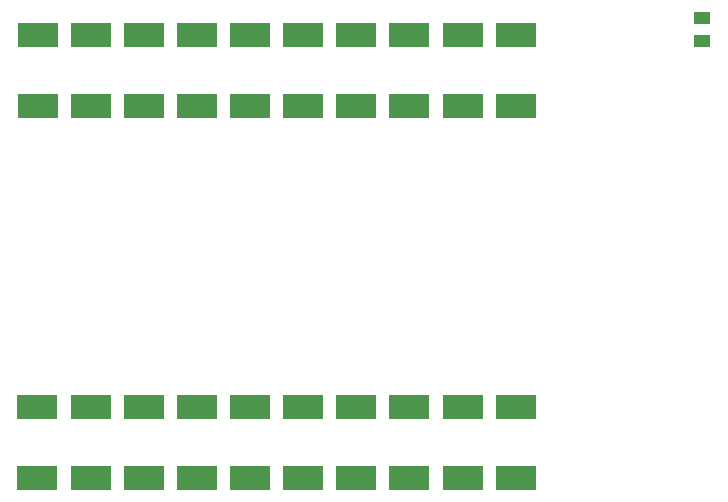
<source format=gtp>
G04*
G04 #@! TF.GenerationSoftware,Altium Limited,Altium Designer,20.0.13 (296)*
G04*
G04 Layer_Color=8421504*
%FSLAX44Y44*%
%MOMM*%
G71*
G01*
G75*
%ADD14R,3.4000X2.0000*%
%ADD15R,1.4000X1.0000*%
D14*
X496000Y481000D02*
D03*
Y421000D02*
D03*
X811000Y481000D02*
D03*
Y421000D02*
D03*
X721000Y481000D02*
D03*
Y421000D02*
D03*
X631000Y481000D02*
D03*
Y421000D02*
D03*
X451000Y481000D02*
D03*
Y421000D02*
D03*
X541000Y481000D02*
D03*
Y421000D02*
D03*
X586000Y481000D02*
D03*
Y421000D02*
D03*
X676000Y481000D02*
D03*
Y421000D02*
D03*
X766000Y481000D02*
D03*
Y421000D02*
D03*
X856000Y481000D02*
D03*
Y421000D02*
D03*
X496000Y796000D02*
D03*
Y736000D02*
D03*
X811000Y796000D02*
D03*
Y736000D02*
D03*
X721000Y796000D02*
D03*
Y736000D02*
D03*
X631000Y796000D02*
D03*
Y736000D02*
D03*
X451230Y796000D02*
D03*
Y736000D02*
D03*
X541000Y796000D02*
D03*
Y736000D02*
D03*
X586000Y796000D02*
D03*
Y736000D02*
D03*
X676000Y796000D02*
D03*
Y736000D02*
D03*
X766000Y796000D02*
D03*
Y736000D02*
D03*
X856000Y796000D02*
D03*
Y736000D02*
D03*
D15*
X1014000Y811000D02*
D03*
Y791000D02*
D03*
M02*

</source>
